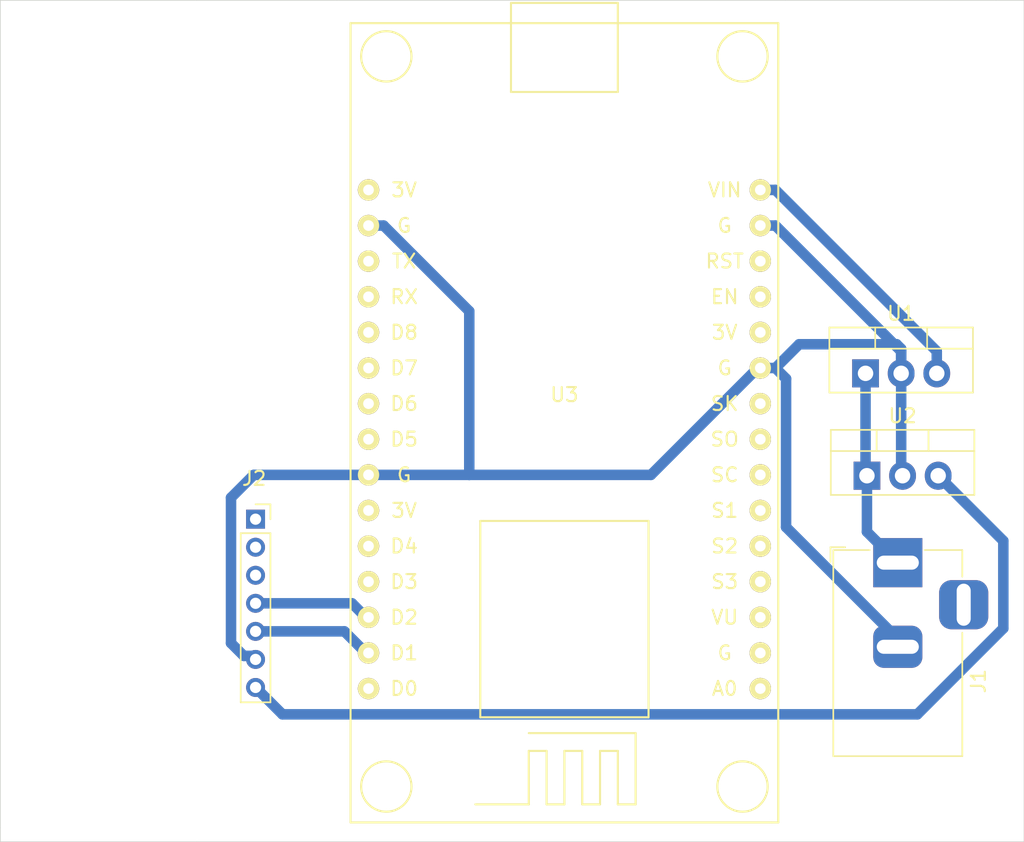
<source format=kicad_pcb>
(kicad_pcb (version 20171130) (host pcbnew "(5.1.6)-1")

  (general
    (thickness 1.6)
    (drawings 10)
    (tracks 46)
    (zones 0)
    (modules 5)
    (nets 7)
  )

  (page A4)
  (layers
    (0 F.Cu signal)
    (31 B.Cu signal)
    (32 B.Adhes user)
    (33 F.Adhes user)
    (34 B.Paste user)
    (35 F.Paste user)
    (36 B.SilkS user)
    (37 F.SilkS user)
    (38 B.Mask user)
    (39 F.Mask user)
    (40 Dwgs.User user)
    (41 Cmts.User user)
    (42 Eco1.User user)
    (43 Eco2.User user)
    (44 Edge.Cuts user)
    (45 Margin user)
    (46 B.CrtYd user)
    (47 F.CrtYd user)
    (48 B.Fab user)
    (49 F.Fab user)
  )

  (setup
    (last_trace_width 0.75)
    (trace_clearance 0.7)
    (zone_clearance 0.508)
    (zone_45_only no)
    (trace_min 0.2)
    (via_size 0.8)
    (via_drill 0.4)
    (via_min_size 0.4)
    (via_min_drill 0.3)
    (uvia_size 0.3)
    (uvia_drill 0.1)
    (uvias_allowed no)
    (uvia_min_size 0.2)
    (uvia_min_drill 0.1)
    (edge_width 0.05)
    (segment_width 0.2)
    (pcb_text_width 0.3)
    (pcb_text_size 1.5 1.5)
    (mod_edge_width 0.12)
    (mod_text_size 1 1)
    (mod_text_width 0.15)
    (pad_size 1.524 1.524)
    (pad_drill 0.762)
    (pad_to_mask_clearance 0.05)
    (aux_axis_origin 0 0)
    (visible_elements 7FF9EFFF)
    (pcbplotparams
      (layerselection 0x010fc_ffffffff)
      (usegerberextensions false)
      (usegerberattributes true)
      (usegerberadvancedattributes true)
      (creategerberjobfile true)
      (excludeedgelayer true)
      (linewidth 0.100000)
      (plotframeref false)
      (viasonmask false)
      (mode 1)
      (useauxorigin false)
      (hpglpennumber 1)
      (hpglpenspeed 20)
      (hpglpendiameter 15.000000)
      (psnegative false)
      (psa4output false)
      (plotreference true)
      (plotvalue true)
      (plotinvisibletext false)
      (padsonsilk false)
      (subtractmaskfromsilk false)
      (outputformat 1)
      (mirror false)
      (drillshape 1)
      (scaleselection 1)
      (outputdirectory ""))
  )

  (net 0 "")
  (net 1 +12V)
  (net 2 GND)
  (net 3 /SDA)
  (net 4 /SCL)
  (net 5 +3V3)
  (net 6 +6V)

  (net_class Default "This is the default net class."
    (clearance 0.7)
    (trace_width 0.75)
    (via_dia 0.8)
    (via_drill 0.4)
    (uvia_dia 0.3)
    (uvia_drill 0.1)
    (add_net +12V)
    (add_net +3V3)
    (add_net +6V)
    (add_net /SCL)
    (add_net /SDA)
    (add_net GND)
  )

  (module Connector_BarrelJack:BarrelJack_Horizontal (layer F.Cu) (tedit 5A1DBF6A) (tstamp 5FB48B8C)
    (at 134 103.1 90)
    (descr "DC Barrel Jack")
    (tags "Power Jack")
    (path /5FB42A1F)
    (fp_text reference J1 (at -8.45 5.75 90) (layer F.SilkS)
      (effects (font (size 1 1) (thickness 0.15)))
    )
    (fp_text value Jack-DC (at -6.2 -5.5 90) (layer F.Fab)
      (effects (font (size 1 1) (thickness 0.15)))
    )
    (fp_line (start -0.003213 -4.505425) (end 0.8 -3.75) (layer F.Fab) (width 0.1))
    (fp_line (start 1.1 -3.75) (end 1.1 -4.8) (layer F.SilkS) (width 0.12))
    (fp_line (start 0.05 -4.8) (end 1.1 -4.8) (layer F.SilkS) (width 0.12))
    (fp_line (start 1 -4.5) (end 1 -4.75) (layer F.CrtYd) (width 0.05))
    (fp_line (start 1 -4.75) (end -14 -4.75) (layer F.CrtYd) (width 0.05))
    (fp_line (start 1 -4.5) (end 1 -2) (layer F.CrtYd) (width 0.05))
    (fp_line (start 1 -2) (end 2 -2) (layer F.CrtYd) (width 0.05))
    (fp_line (start 2 -2) (end 2 2) (layer F.CrtYd) (width 0.05))
    (fp_line (start 2 2) (end 1 2) (layer F.CrtYd) (width 0.05))
    (fp_line (start 1 2) (end 1 4.75) (layer F.CrtYd) (width 0.05))
    (fp_line (start 1 4.75) (end -1 4.75) (layer F.CrtYd) (width 0.05))
    (fp_line (start -1 4.75) (end -1 6.75) (layer F.CrtYd) (width 0.05))
    (fp_line (start -1 6.75) (end -5 6.75) (layer F.CrtYd) (width 0.05))
    (fp_line (start -5 6.75) (end -5 4.75) (layer F.CrtYd) (width 0.05))
    (fp_line (start -5 4.75) (end -14 4.75) (layer F.CrtYd) (width 0.05))
    (fp_line (start -14 4.75) (end -14 -4.75) (layer F.CrtYd) (width 0.05))
    (fp_line (start -5 4.6) (end -13.8 4.6) (layer F.SilkS) (width 0.12))
    (fp_line (start -13.8 4.6) (end -13.8 -4.6) (layer F.SilkS) (width 0.12))
    (fp_line (start 0.9 1.9) (end 0.9 4.6) (layer F.SilkS) (width 0.12))
    (fp_line (start 0.9 4.6) (end -1 4.6) (layer F.SilkS) (width 0.12))
    (fp_line (start -13.8 -4.6) (end 0.9 -4.6) (layer F.SilkS) (width 0.12))
    (fp_line (start 0.9 -4.6) (end 0.9 -2) (layer F.SilkS) (width 0.12))
    (fp_line (start -10.2 -4.5) (end -10.2 4.5) (layer F.Fab) (width 0.1))
    (fp_line (start -13.7 -4.5) (end -13.7 4.5) (layer F.Fab) (width 0.1))
    (fp_line (start -13.7 4.5) (end 0.8 4.5) (layer F.Fab) (width 0.1))
    (fp_line (start 0.8 4.5) (end 0.8 -3.75) (layer F.Fab) (width 0.1))
    (fp_line (start 0 -4.5) (end -13.7 -4.5) (layer F.Fab) (width 0.1))
    (fp_text user %R (at -3 -2.95 90) (layer F.Fab)
      (effects (font (size 1 1) (thickness 0.15)))
    )
    (pad 1 thru_hole rect (at 0 0 90) (size 3.5 3.5) (drill oval 1 3) (layers *.Cu *.Mask)
      (net 1 +12V))
    (pad 2 thru_hole roundrect (at -6 0 90) (size 3 3.5) (drill oval 1 3) (layers *.Cu *.Mask) (roundrect_rratio 0.25)
      (net 2 GND))
    (pad 3 thru_hole roundrect (at -3 4.7 90) (size 3.5 3.5) (drill oval 3 1) (layers *.Cu *.Mask) (roundrect_rratio 0.25))
    (model ${KISYS3DMOD}/Connector_BarrelJack.3dshapes/BarrelJack_Horizontal.wrl
      (at (xyz 0 0 0))
      (scale (xyz 1 1 1))
      (rotate (xyz 0 0 0))
    )
  )

  (module Package_TO_SOT_THT:TO-220-3_Vertical (layer F.Cu) (tedit 5AC8BA0D) (tstamp 5FB48BC6)
    (at 131.7 89.6)
    (descr "TO-220-3, Vertical, RM 2.54mm, see https://www.vishay.com/docs/66542/to-220-1.pdf")
    (tags "TO-220-3 Vertical RM 2.54mm")
    (path /5FB58312)
    (fp_text reference U1 (at 2.54 -4.27) (layer F.SilkS)
      (effects (font (size 1 1) (thickness 0.15)))
    )
    (fp_text value L7806CV (at 2.54 2.5) (layer F.Fab)
      (effects (font (size 1 1) (thickness 0.15)))
    )
    (fp_line (start 7.79 -3.4) (end -2.71 -3.4) (layer F.CrtYd) (width 0.05))
    (fp_line (start 7.79 1.51) (end 7.79 -3.4) (layer F.CrtYd) (width 0.05))
    (fp_line (start -2.71 1.51) (end 7.79 1.51) (layer F.CrtYd) (width 0.05))
    (fp_line (start -2.71 -3.4) (end -2.71 1.51) (layer F.CrtYd) (width 0.05))
    (fp_line (start 4.391 -3.27) (end 4.391 -1.76) (layer F.SilkS) (width 0.12))
    (fp_line (start 0.69 -3.27) (end 0.69 -1.76) (layer F.SilkS) (width 0.12))
    (fp_line (start -2.58 -1.76) (end 7.66 -1.76) (layer F.SilkS) (width 0.12))
    (fp_line (start 7.66 -3.27) (end 7.66 1.371) (layer F.SilkS) (width 0.12))
    (fp_line (start -2.58 -3.27) (end -2.58 1.371) (layer F.SilkS) (width 0.12))
    (fp_line (start -2.58 1.371) (end 7.66 1.371) (layer F.SilkS) (width 0.12))
    (fp_line (start -2.58 -3.27) (end 7.66 -3.27) (layer F.SilkS) (width 0.12))
    (fp_line (start 4.39 -3.15) (end 4.39 -1.88) (layer F.Fab) (width 0.1))
    (fp_line (start 0.69 -3.15) (end 0.69 -1.88) (layer F.Fab) (width 0.1))
    (fp_line (start -2.46 -1.88) (end 7.54 -1.88) (layer F.Fab) (width 0.1))
    (fp_line (start 7.54 -3.15) (end -2.46 -3.15) (layer F.Fab) (width 0.1))
    (fp_line (start 7.54 1.25) (end 7.54 -3.15) (layer F.Fab) (width 0.1))
    (fp_line (start -2.46 1.25) (end 7.54 1.25) (layer F.Fab) (width 0.1))
    (fp_line (start -2.46 -3.15) (end -2.46 1.25) (layer F.Fab) (width 0.1))
    (fp_text user %R (at 2.54 -4.27) (layer F.Fab)
      (effects (font (size 1 1) (thickness 0.15)))
    )
    (pad 3 thru_hole oval (at 5.08 0) (size 1.905 2) (drill 1.1) (layers *.Cu *.Mask)
      (net 6 +6V))
    (pad 2 thru_hole oval (at 2.54 0) (size 1.905 2) (drill 1.1) (layers *.Cu *.Mask)
      (net 2 GND))
    (pad 1 thru_hole rect (at 0 0) (size 1.905 2) (drill 1.1) (layers *.Cu *.Mask)
      (net 1 +12V))
    (model ${KISYS3DMOD}/Package_TO_SOT_THT.3dshapes/TO-220-3_Vertical.wrl
      (at (xyz 0 0 0))
      (scale (xyz 1 1 1))
      (rotate (xyz 0 0 0))
    )
  )

  (module Package_TO_SOT_THT:TO-220-3_Vertical (layer F.Cu) (tedit 5AC8BA0D) (tstamp 5FB48BE0)
    (at 131.8 96.9)
    (descr "TO-220-3, Vertical, RM 2.54mm, see https://www.vishay.com/docs/66542/to-220-1.pdf")
    (tags "TO-220-3 Vertical RM 2.54mm")
    (path /5FB5574C)
    (fp_text reference U2 (at 2.54 -4.27) (layer F.SilkS)
      (effects (font (size 1 1) (thickness 0.15)))
    )
    (fp_text value LD1117V33 (at 2.54 2.5) (layer F.Fab)
      (effects (font (size 1 1) (thickness 0.15)))
    )
    (fp_line (start -2.46 -3.15) (end -2.46 1.25) (layer F.Fab) (width 0.1))
    (fp_line (start -2.46 1.25) (end 7.54 1.25) (layer F.Fab) (width 0.1))
    (fp_line (start 7.54 1.25) (end 7.54 -3.15) (layer F.Fab) (width 0.1))
    (fp_line (start 7.54 -3.15) (end -2.46 -3.15) (layer F.Fab) (width 0.1))
    (fp_line (start -2.46 -1.88) (end 7.54 -1.88) (layer F.Fab) (width 0.1))
    (fp_line (start 0.69 -3.15) (end 0.69 -1.88) (layer F.Fab) (width 0.1))
    (fp_line (start 4.39 -3.15) (end 4.39 -1.88) (layer F.Fab) (width 0.1))
    (fp_line (start -2.58 -3.27) (end 7.66 -3.27) (layer F.SilkS) (width 0.12))
    (fp_line (start -2.58 1.371) (end 7.66 1.371) (layer F.SilkS) (width 0.12))
    (fp_line (start -2.58 -3.27) (end -2.58 1.371) (layer F.SilkS) (width 0.12))
    (fp_line (start 7.66 -3.27) (end 7.66 1.371) (layer F.SilkS) (width 0.12))
    (fp_line (start -2.58 -1.76) (end 7.66 -1.76) (layer F.SilkS) (width 0.12))
    (fp_line (start 0.69 -3.27) (end 0.69 -1.76) (layer F.SilkS) (width 0.12))
    (fp_line (start 4.391 -3.27) (end 4.391 -1.76) (layer F.SilkS) (width 0.12))
    (fp_line (start -2.71 -3.4) (end -2.71 1.51) (layer F.CrtYd) (width 0.05))
    (fp_line (start -2.71 1.51) (end 7.79 1.51) (layer F.CrtYd) (width 0.05))
    (fp_line (start 7.79 1.51) (end 7.79 -3.4) (layer F.CrtYd) (width 0.05))
    (fp_line (start 7.79 -3.4) (end -2.71 -3.4) (layer F.CrtYd) (width 0.05))
    (fp_text user %R (at 2.54 -4.27) (layer F.Fab)
      (effects (font (size 1 1) (thickness 0.15)))
    )
    (pad 1 thru_hole rect (at 0 0) (size 1.905 2) (drill 1.1) (layers *.Cu *.Mask)
      (net 1 +12V))
    (pad 2 thru_hole oval (at 2.54 0) (size 1.905 2) (drill 1.1) (layers *.Cu *.Mask)
      (net 2 GND))
    (pad 3 thru_hole oval (at 5.08 0) (size 1.905 2) (drill 1.1) (layers *.Cu *.Mask)
      (net 5 +3V3))
    (model ${KISYS3DMOD}/Package_TO_SOT_THT.3dshapes/TO-220-3_Vertical.wrl
      (at (xyz 0 0 0))
      (scale (xyz 1 1 1))
      (rotate (xyz 0 0 0))
    )
  )

  (module "ESP8266:NodeMCU1.0(12-E)" (layer F.Cu) (tedit 58B0D14D) (tstamp 5FB48C40)
    (at 110.225001 91.125001 180)
    (path /5FB52459)
    (fp_text reference U3 (at 0 0) (layer F.SilkS)
      (effects (font (size 1 1) (thickness 0.15)))
    )
    (fp_text value "NodeMCU1.0(ESP-12E)" (at 0 -2.54) (layer F.Fab)
      (effects (font (size 1 1) (thickness 0.15)))
    )
    (fp_line (start -6 -23) (end 6 -23) (layer F.SilkS) (width 0.15))
    (fp_line (start 6 -23) (end 6 -9) (layer F.SilkS) (width 0.15))
    (fp_line (start 6 -9) (end -6 -9) (layer F.SilkS) (width 0.15))
    (fp_line (start -6 -9) (end -6 -23) (layer F.SilkS) (width 0.15))
    (fp_line (start 2.54 -24.13) (end -5.08 -24.13) (layer F.SilkS) (width 0.15))
    (fp_line (start -5.08 -24.13) (end -5.08 -29.21) (layer F.SilkS) (width 0.15))
    (fp_line (start -5.08 -29.21) (end -3.81 -29.21) (layer F.SilkS) (width 0.15))
    (fp_line (start -3.81 -29.21) (end -3.81 -25.4) (layer F.SilkS) (width 0.15))
    (fp_line (start -3.81 -25.4) (end -2.54 -25.4) (layer F.SilkS) (width 0.15))
    (fp_line (start -2.54 -25.4) (end -2.54 -29.21) (layer F.SilkS) (width 0.15))
    (fp_line (start -2.54 -29.21) (end -1.27 -29.21) (layer F.SilkS) (width 0.15))
    (fp_line (start -1.27 -29.21) (end -1.27 -25.4) (layer F.SilkS) (width 0.15))
    (fp_line (start -1.27 -25.4) (end 0 -25.4) (layer F.SilkS) (width 0.15))
    (fp_line (start 0 -25.4) (end 0 -29.21) (layer F.SilkS) (width 0.15))
    (fp_line (start 0 -29.21) (end 1.27 -29.21) (layer F.SilkS) (width 0.15))
    (fp_line (start 1.27 -29.21) (end 1.27 -25.4) (layer F.SilkS) (width 0.15))
    (fp_line (start 1.27 -25.4) (end 2.54 -25.4) (layer F.SilkS) (width 0.15))
    (fp_line (start 2.54 -25.4) (end 2.54 -29.21) (layer F.SilkS) (width 0.15))
    (fp_line (start 2.54 -29.21) (end 6.35 -29.21) (layer F.SilkS) (width 0.15))
    (fp_line (start -3.81 27.94) (end 3.81 27.94) (layer F.SilkS) (width 0.15))
    (fp_line (start 3.81 27.94) (end 3.81 21.59) (layer F.SilkS) (width 0.15))
    (fp_line (start 3.81 21.59) (end -3.81 21.59) (layer F.SilkS) (width 0.15))
    (fp_line (start -3.81 21.59) (end -3.81 27.94) (layer F.SilkS) (width 0.15))
    (fp_circle (center 12.7 24.13) (end 13.97 22.86) (layer F.SilkS) (width 0.15))
    (fp_circle (center -12.7 24.13) (end -11.43 22.86) (layer F.SilkS) (width 0.15))
    (fp_circle (center -12.7 -27.94) (end -11.43 -29.21) (layer F.SilkS) (width 0.15))
    (fp_circle (center 12.7 -27.94) (end 13.97 -29.21) (layer F.SilkS) (width 0.15))
    (fp_line (start 15.25 -30.5) (end -14.75 -30.5) (layer F.SilkS) (width 0.15))
    (fp_line (start -14.75 -30.5) (end -15.25 -30.5) (layer F.SilkS) (width 0.15))
    (fp_line (start -15.25 -30.5) (end -15.25 26.5) (layer F.SilkS) (width 0.15))
    (fp_line (start -15.25 26.5) (end 15.25 26.5) (layer F.SilkS) (width 0.15))
    (fp_line (start 15.25 26.5) (end 15.25 -30.5) (layer F.SilkS) (width 0.15))
    (fp_text user VIN (at -11.43 14.605) (layer F.SilkS)
      (effects (font (size 1 1) (thickness 0.15)))
    )
    (fp_text user G (at -11.43 12.065) (layer F.SilkS)
      (effects (font (size 1 1) (thickness 0.15)))
    )
    (fp_text user RST (at -11.43 9.525) (layer F.SilkS)
      (effects (font (size 1 1) (thickness 0.15)))
    )
    (fp_text user EN (at -11.43 6.985) (layer F.SilkS)
      (effects (font (size 1 1) (thickness 0.15)))
    )
    (fp_text user 3V (at -11.43 4.445) (layer F.SilkS)
      (effects (font (size 1 1) (thickness 0.15)))
    )
    (fp_text user G (at -11.43 1.905) (layer F.SilkS)
      (effects (font (size 1 1) (thickness 0.15)))
    )
    (fp_text user SK (at -11.43 -0.635) (layer F.SilkS)
      (effects (font (size 1 1) (thickness 0.15)))
    )
    (fp_text user SO (at -11.43 -3.175) (layer F.SilkS)
      (effects (font (size 1 1) (thickness 0.15)))
    )
    (fp_text user SC (at -11.43 -5.715) (layer F.SilkS)
      (effects (font (size 1 1) (thickness 0.15)))
    )
    (fp_text user S1 (at -11.43 -8.255) (layer F.SilkS)
      (effects (font (size 1 1) (thickness 0.15)))
    )
    (fp_text user S2 (at -11.43 -10.795) (layer F.SilkS)
      (effects (font (size 1 1) (thickness 0.15)))
    )
    (fp_text user S3 (at -11.43 -13.335) (layer F.SilkS)
      (effects (font (size 1 1) (thickness 0.15)))
    )
    (fp_text user VU (at -11.43 -15.875) (layer F.SilkS)
      (effects (font (size 1 1) (thickness 0.15)))
    )
    (fp_text user G (at -11.43 -18.415) (layer F.SilkS)
      (effects (font (size 1 1) (thickness 0.15)))
    )
    (fp_text user A0 (at -11.43 -20.955) (layer F.SilkS)
      (effects (font (size 1 1) (thickness 0.15)))
    )
    (fp_text user 3V (at 11.43 14.605) (layer F.SilkS)
      (effects (font (size 1 1) (thickness 0.15)))
    )
    (fp_text user G (at 11.43 12.065) (layer F.SilkS)
      (effects (font (size 1 1) (thickness 0.15)))
    )
    (fp_text user TX (at 11.43 9.525) (layer F.SilkS)
      (effects (font (size 1 1) (thickness 0.15)))
    )
    (fp_text user RX (at 11.43 6.985) (layer F.SilkS)
      (effects (font (size 1 1) (thickness 0.15)))
    )
    (fp_text user D8 (at 11.43 4.445) (layer F.SilkS)
      (effects (font (size 1 1) (thickness 0.15)))
    )
    (fp_text user D7 (at 11.43 1.905) (layer F.SilkS)
      (effects (font (size 1 1) (thickness 0.15)))
    )
    (fp_text user D6 (at 11.43 -0.635) (layer F.SilkS)
      (effects (font (size 1 1) (thickness 0.15)))
    )
    (fp_text user D5 (at 11.43 -3.175) (layer F.SilkS)
      (effects (font (size 1 1) (thickness 0.15)))
    )
    (fp_text user G (at 11.43 -5.715) (layer F.SilkS)
      (effects (font (size 1 1) (thickness 0.15)))
    )
    (fp_text user 3V (at 11.43 -8.255) (layer F.SilkS)
      (effects (font (size 1 1) (thickness 0.15)))
    )
    (fp_text user D4 (at 11.43 -10.795) (layer F.SilkS)
      (effects (font (size 1 1) (thickness 0.15)))
    )
    (fp_text user D3 (at 11.43 -13.335) (layer F.SilkS)
      (effects (font (size 1 1) (thickness 0.15)))
    )
    (fp_text user D2 (at 11.43 -15.875) (layer F.SilkS)
      (effects (font (size 1 1) (thickness 0.15)))
    )
    (fp_text user D1 (at 11.43 -18.415) (layer F.SilkS)
      (effects (font (size 1 1) (thickness 0.15)))
    )
    (fp_text user D0 (at 11.43 -20.955) (layer F.SilkS)
      (effects (font (size 1 1) (thickness 0.15)))
    )
    (pad 1 thru_hole circle (at -13.97 -20.955 180) (size 1.524 1.524) (drill 0.762) (layers *.Cu *.Mask F.SilkS))
    (pad 2 thru_hole circle (at -13.97 -18.415 180) (size 1.524 1.524) (drill 0.762) (layers *.Cu *.Mask F.SilkS))
    (pad 3 thru_hole circle (at -13.97 -15.875 180) (size 1.524 1.524) (drill 0.762) (layers *.Cu *.Mask F.SilkS))
    (pad 4 thru_hole circle (at -13.97 -13.335 180) (size 1.524 1.524) (drill 0.762) (layers *.Cu *.Mask F.SilkS))
    (pad 5 thru_hole circle (at -13.97 -10.795 180) (size 1.524 1.524) (drill 0.762) (layers *.Cu *.Mask F.SilkS))
    (pad 6 thru_hole circle (at -13.97 -8.255 180) (size 1.524 1.524) (drill 0.762) (layers *.Cu *.Mask F.SilkS))
    (pad 7 thru_hole circle (at -13.97 -5.715 180) (size 1.524 1.524) (drill 0.762) (layers *.Cu *.Mask F.SilkS))
    (pad 8 thru_hole circle (at -13.97 -3.175 180) (size 1.524 1.524) (drill 0.762) (layers *.Cu *.Mask F.SilkS))
    (pad 9 thru_hole circle (at -13.97 -0.635 180) (size 1.524 1.524) (drill 0.762) (layers *.Cu *.Mask F.SilkS))
    (pad 10 thru_hole circle (at -13.97 1.905 180) (size 1.524 1.524) (drill 0.762) (layers *.Cu *.Mask F.SilkS)
      (net 2 GND))
    (pad 11 thru_hole circle (at -13.97 4.445 180) (size 1.524 1.524) (drill 0.762) (layers *.Cu *.Mask F.SilkS))
    (pad 12 thru_hole circle (at -13.97 6.985 180) (size 1.524 1.524) (drill 0.762) (layers *.Cu *.Mask F.SilkS))
    (pad 13 thru_hole circle (at -13.97 9.525 180) (size 1.524 1.524) (drill 0.762) (layers *.Cu *.Mask F.SilkS))
    (pad 14 thru_hole circle (at -13.97 12.065 180) (size 1.524 1.524) (drill 0.762) (layers *.Cu *.Mask F.SilkS)
      (net 2 GND))
    (pad 15 thru_hole circle (at -13.97 14.605 180) (size 1.524 1.524) (drill 0.762) (layers *.Cu *.Mask F.SilkS)
      (net 6 +6V))
    (pad 16 thru_hole circle (at 13.97 14.605 180) (size 1.524 1.524) (drill 0.762) (layers *.Cu *.Mask F.SilkS))
    (pad 17 thru_hole circle (at 13.97 12.065 180) (size 1.524 1.524) (drill 0.762) (layers *.Cu *.Mask F.SilkS)
      (net 2 GND))
    (pad 18 thru_hole circle (at 13.97 9.525 180) (size 1.524 1.524) (drill 0.762) (layers *.Cu *.Mask F.SilkS))
    (pad 19 thru_hole circle (at 13.97 6.985 180) (size 1.524 1.524) (drill 0.762) (layers *.Cu *.Mask F.SilkS))
    (pad 20 thru_hole circle (at 13.97 4.445 180) (size 1.524 1.524) (drill 0.762) (layers *.Cu *.Mask F.SilkS))
    (pad 21 thru_hole circle (at 13.97 1.905 180) (size 1.524 1.524) (drill 0.762) (layers *.Cu *.Mask F.SilkS))
    (pad 22 thru_hole circle (at 13.97 -0.635 180) (size 1.524 1.524) (drill 0.762) (layers *.Cu *.Mask F.SilkS))
    (pad 23 thru_hole circle (at 13.97 -3.175 180) (size 1.524 1.524) (drill 0.762) (layers *.Cu *.Mask F.SilkS))
    (pad 24 thru_hole circle (at 13.97 -5.715 180) (size 1.524 1.524) (drill 0.762) (layers *.Cu *.Mask F.SilkS)
      (net 2 GND))
    (pad 25 thru_hole circle (at 13.97 -8.255 180) (size 1.524 1.524) (drill 0.762) (layers *.Cu *.Mask F.SilkS))
    (pad 26 thru_hole circle (at 13.97 -10.795 180) (size 1.524 1.524) (drill 0.762) (layers *.Cu *.Mask F.SilkS))
    (pad 27 thru_hole circle (at 13.97 -13.335 180) (size 1.524 1.524) (drill 0.762) (layers *.Cu *.Mask F.SilkS))
    (pad 28 thru_hole circle (at 13.97 -15.875 180) (size 1.524 1.524) (drill 0.762) (layers *.Cu *.Mask F.SilkS)
      (net 3 /SDA))
    (pad 29 thru_hole circle (at 13.97 -18.415 180) (size 1.524 1.524) (drill 0.762) (layers *.Cu *.Mask F.SilkS)
      (net 4 /SCL))
    (pad 30 thru_hole circle (at 13.97 -20.955 180) (size 1.524 1.524) (drill 0.762) (layers *.Cu *.Mask F.SilkS))
  )

  (module Connector_PinSocket_2.00mm:PinSocket_1x07_P2.00mm_Vertical (layer F.Cu) (tedit 5A19A424) (tstamp 5FB4925C)
    (at 88.2 100)
    (descr "Through hole straight socket strip, 1x07, 2.00mm pitch, single row (from Kicad 4.0.7), script generated")
    (tags "Through hole socket strip THT 1x07 2.00mm single row")
    (path /5FB66EDE)
    (fp_text reference J2 (at -0.1 -2.9) (layer F.SilkS)
      (effects (font (size 1 1) (thickness 0.15)))
    )
    (fp_text value Conn_01x07_Female (at 0 14.5) (layer F.Fab)
      (effects (font (size 1 1) (thickness 0.15)))
    )
    (fp_line (start -1.5 13.5) (end -1.5 -1.5) (layer F.CrtYd) (width 0.05))
    (fp_line (start 1.5 13.5) (end -1.5 13.5) (layer F.CrtYd) (width 0.05))
    (fp_line (start 1.5 -1.5) (end 1.5 13.5) (layer F.CrtYd) (width 0.05))
    (fp_line (start -1.5 -1.5) (end 1.5 -1.5) (layer F.CrtYd) (width 0.05))
    (fp_line (start 0 -1.06) (end 1.06 -1.06) (layer F.SilkS) (width 0.12))
    (fp_line (start 1.06 -1.06) (end 1.06 0) (layer F.SilkS) (width 0.12))
    (fp_line (start 1.06 1) (end 1.06 13.06) (layer F.SilkS) (width 0.12))
    (fp_line (start -1.06 13.06) (end 1.06 13.06) (layer F.SilkS) (width 0.12))
    (fp_line (start -1.06 1) (end -1.06 13.06) (layer F.SilkS) (width 0.12))
    (fp_line (start -1.06 1) (end 1.06 1) (layer F.SilkS) (width 0.12))
    (fp_line (start -1 13) (end -1 -1) (layer F.Fab) (width 0.1))
    (fp_line (start 1 13) (end -1 13) (layer F.Fab) (width 0.1))
    (fp_line (start 1 -0.5) (end 1 13) (layer F.Fab) (width 0.1))
    (fp_line (start 0.5 -1) (end 1 -0.5) (layer F.Fab) (width 0.1))
    (fp_line (start -1 -1) (end 0.5 -1) (layer F.Fab) (width 0.1))
    (fp_text user %R (at 0 6 90) (layer F.Fab)
      (effects (font (size 1 1) (thickness 0.15)))
    )
    (pad 1 thru_hole rect (at 0 0) (size 1.35 1.35) (drill 0.8) (layers *.Cu *.Mask))
    (pad 2 thru_hole oval (at 0 2) (size 1.35 1.35) (drill 0.8) (layers *.Cu *.Mask))
    (pad 3 thru_hole oval (at 0 4) (size 1.35 1.35) (drill 0.8) (layers *.Cu *.Mask))
    (pad 4 thru_hole oval (at 0 6) (size 1.35 1.35) (drill 0.8) (layers *.Cu *.Mask)
      (net 3 /SDA))
    (pad 5 thru_hole oval (at 0 8) (size 1.35 1.35) (drill 0.8) (layers *.Cu *.Mask)
      (net 4 /SCL))
    (pad 6 thru_hole oval (at 0 10) (size 1.35 1.35) (drill 0.8) (layers *.Cu *.Mask)
      (net 2 GND))
    (pad 7 thru_hole oval (at 0 12) (size 1.35 1.35) (drill 0.8) (layers *.Cu *.Mask)
      (net 5 +3V3))
    (model ${KISYS3DMOD}/Connector_PinSocket_2.00mm.3dshapes/PinSocket_1x07_P2.00mm_Vertical.wrl
      (at (xyz 0 0 0))
      (scale (xyz 1 1 1))
      (rotate (xyz 0 0 0))
    )
  )

  (gr_line (start 70 123) (end 84 123) (layer Edge.Cuts) (width 0.05) (tstamp 5FB495CE))
  (gr_line (start 70 122) (end 70 123) (layer Edge.Cuts) (width 0.05))
  (gr_line (start 70 63) (end 70 122) (layer Edge.Cuts) (width 0.05))
  (gr_line (start 84 63) (end 70 63) (layer Edge.Cuts) (width 0.05))
  (gr_line (start 84 63) (end 94 63) (layer Edge.Cuts) (width 0.05) (tstamp 5FB495CB))
  (gr_line (start 143 123) (end 84 123) (layer Edge.Cuts) (width 0.05))
  (gr_line (start 143 63) (end 143 123) (layer Edge.Cuts) (width 0.05))
  (gr_line (start 141 63) (end 143 63) (layer Edge.Cuts) (width 0.05))
  (gr_line (start 126 63) (end 141 63) (layer Edge.Cuts) (width 0.05))
  (gr_line (start 94 63) (end 126 63) (layer Edge.Cuts) (width 0.05))

  (segment (start 131.8 100.9) (end 131.8 96.9) (width 0.75) (layer B.Cu) (net 1))
  (segment (start 134 103.1) (end 131.8 100.9) (width 0.75) (layer B.Cu) (net 1))
  (segment (start 131.7 96.8) (end 131.8 96.9) (width 0.75) (layer B.Cu) (net 1))
  (segment (start 131.7 89.6) (end 131.7 96.8) (width 0.75) (layer B.Cu) (net 1))
  (segment (start 88.074997 96.840001) (end 96.255001 96.840001) (width 0.75) (layer B.Cu) (net 2))
  (segment (start 86.449999 108.840001) (end 86.449999 98.464999) (width 0.75) (layer B.Cu) (net 2))
  (segment (start 88.150001 109.750001) (end 87.359999 109.750001) (width 0.75) (layer B.Cu) (net 2))
  (segment (start 88.2 109.8) (end 88.150001 109.750001) (width 0.75) (layer B.Cu) (net 2))
  (segment (start 86.449999 98.464999) (end 88.074997 96.840001) (width 0.75) (layer B.Cu) (net 2))
  (segment (start 87.359999 109.750001) (end 86.449999 108.840001) (width 0.75) (layer B.Cu) (net 2))
  (segment (start 88.2 110) (end 88.2 109.8) (width 0.75) (layer B.Cu) (net 2))
  (segment (start 126.032002 100.567004) (end 126.032002 89.979372) (width 0.75) (layer B.Cu) (net 2))
  (segment (start 126.032002 89.979372) (end 125.272631 89.220001) (width 0.75) (layer B.Cu) (net 2))
  (segment (start 134.564998 109.1) (end 126.032002 100.567004) (width 0.75) (layer B.Cu) (net 2))
  (segment (start 134 109.1) (end 134.564998 109.1) (width 0.75) (layer B.Cu) (net 2))
  (segment (start 134.24 96.8) (end 134.34 96.9) (width 0.75) (layer B.Cu) (net 2))
  (segment (start 134.24 89.6) (end 134.24 96.8) (width 0.75) (layer B.Cu) (net 2))
  (segment (start 125.272631 89.220001) (end 124.195001 89.220001) (width 0.75) (layer B.Cu) (net 2))
  (segment (start 126.967633 87.524999) (end 125.272631 89.220001) (width 0.75) (layer B.Cu) (net 2))
  (segment (start 134.24 87.85) (end 133.914999 87.524999) (width 0.75) (layer B.Cu) (net 2))
  (segment (start 133.914999 87.524999) (end 126.967633 87.524999) (width 0.75) (layer B.Cu) (net 2))
  (segment (start 134.24 89.6) (end 134.24 87.85) (width 0.75) (layer B.Cu) (net 2))
  (segment (start 124.016239 89.220001) (end 124.195001 89.220001) (width 0.75) (layer B.Cu) (net 2))
  (segment (start 116.396239 96.840001) (end 124.016239 89.220001) (width 0.75) (layer B.Cu) (net 2))
  (segment (start 125.272631 79.060001) (end 134.24 88.02737) (width 0.75) (layer B.Cu) (net 2))
  (segment (start 134.24 88.02737) (end 134.24 89.6) (width 0.75) (layer B.Cu) (net 2))
  (segment (start 124.195001 79.060001) (end 125.272631 79.060001) (width 0.75) (layer B.Cu) (net 2))
  (segment (start 97.332631 79.060001) (end 103.440001 85.167371) (width 0.75) (layer B.Cu) (net 2))
  (segment (start 96.255001 79.060001) (end 97.332631 79.060001) (width 0.75) (layer B.Cu) (net 2))
  (segment (start 96.255001 96.840001) (end 103.440001 96.840001) (width 0.75) (layer B.Cu) (net 2))
  (segment (start 103.440001 85.167371) (end 103.440001 96.840001) (width 0.75) (layer B.Cu) (net 2))
  (segment (start 103.440001 96.840001) (end 116.396239 96.840001) (width 0.75) (layer B.Cu) (net 2))
  (segment (start 95.076238 106) (end 96.076239 107.000001) (width 0.75) (layer B.Cu) (net 3))
  (segment (start 96.076239 107.000001) (end 96.255001 107.000001) (width 0.75) (layer B.Cu) (net 3))
  (segment (start 88.2 106) (end 95.076238 106) (width 0.75) (layer B.Cu) (net 3))
  (segment (start 94.536238 108) (end 96.076239 109.540001) (width 0.75) (layer B.Cu) (net 4))
  (segment (start 96.076239 109.540001) (end 96.255001 109.540001) (width 0.75) (layer B.Cu) (net 4))
  (segment (start 88.2 108) (end 94.536238 108) (width 0.75) (layer B.Cu) (net 4))
  (segment (start 141.52501 101.54501) (end 136.88 96.9) (width 0.75) (layer B.Cu) (net 5))
  (segment (start 141.52501 107.782722) (end 141.52501 101.54501) (width 0.75) (layer B.Cu) (net 5))
  (segment (start 135.39073 113.917002) (end 141.52501 107.782722) (width 0.75) (layer B.Cu) (net 5))
  (segment (start 90.117002 113.917002) (end 135.39073 113.917002) (width 0.75) (layer B.Cu) (net 5))
  (segment (start 88.2 112) (end 90.117002 113.917002) (width 0.75) (layer B.Cu) (net 5))
  (segment (start 136.78 88.02737) (end 136.78 89.6) (width 0.75) (layer B.Cu) (net 6))
  (segment (start 125.272631 76.520001) (end 136.78 88.02737) (width 0.75) (layer B.Cu) (net 6))
  (segment (start 124.195001 76.520001) (end 125.272631 76.520001) (width 0.75) (layer B.Cu) (net 6))

)

</source>
